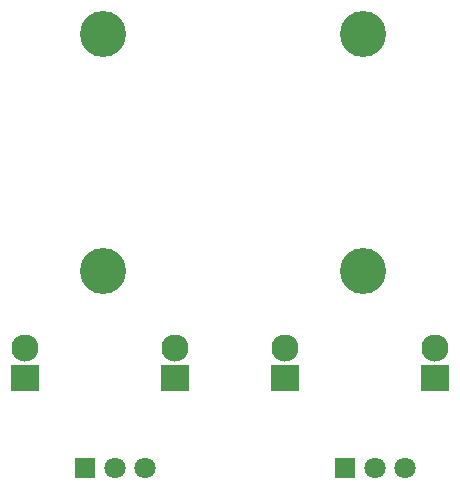
<source format=gbr>
G04 #@! TF.FileFunction,Soldermask,Top*
%FSLAX46Y46*%
G04 Gerber Fmt 4.6, Leading zero omitted, Abs format (unit mm)*
G04 Created by KiCad (PCBNEW 4.0.2-4+6225~38~ubuntu15.10.1-stable) date Sun 03 Apr 2016 18:07:33 BST*
%MOMM*%
G01*
G04 APERTURE LIST*
%ADD10C,0.150000*%
%ADD11R,1.797000X1.797000*%
%ADD12C,1.797000*%
%ADD13R,2.400000X2.300000*%
%ADD14C,2.300000*%
%ADD15C,3.900120*%
G04 APERTURE END LIST*
D10*
D11*
X63500000Y-106680000D03*
D12*
X66040000Y-106680000D03*
X68580000Y-106680000D03*
D13*
X58420000Y-99060000D03*
D14*
X58420000Y-96520000D03*
D13*
X71120000Y-99060000D03*
D14*
X71120000Y-96520000D03*
D15*
X65000000Y-90000000D03*
X65000000Y-70000000D03*
D11*
X85500000Y-106680000D03*
D12*
X88040000Y-106680000D03*
X90580000Y-106680000D03*
D13*
X80420000Y-99060000D03*
D14*
X80420000Y-96520000D03*
D13*
X93120000Y-99060000D03*
D14*
X93120000Y-96520000D03*
D15*
X87000000Y-90000000D03*
X87000000Y-70000000D03*
M02*

</source>
